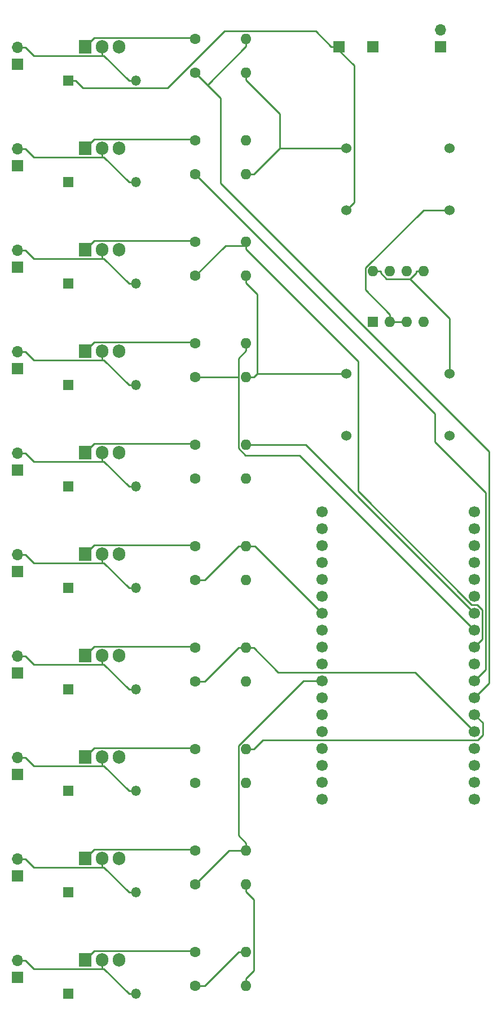
<source format=gbr>
%TF.GenerationSoftware,KiCad,Pcbnew,7.0.8*%
%TF.CreationDate,2023-11-12T19:05:12-08:00*%
%TF.ProjectId,Synthwave v2,53796e74-6877-4617-9665-2076322e6b69,rev?*%
%TF.SameCoordinates,Original*%
%TF.FileFunction,Copper,L2,Bot*%
%TF.FilePolarity,Positive*%
%FSLAX46Y46*%
G04 Gerber Fmt 4.6, Leading zero omitted, Abs format (unit mm)*
G04 Created by KiCad (PCBNEW 7.0.8) date 2023-11-12 19:05:12*
%MOMM*%
%LPD*%
G01*
G04 APERTURE LIST*
%TA.AperFunction,ComponentPad*%
%ADD10R,1.500000X1.500000*%
%TD*%
%TA.AperFunction,ComponentPad*%
%ADD11O,1.500000X1.500000*%
%TD*%
%TA.AperFunction,ComponentPad*%
%ADD12R,1.700000X1.700000*%
%TD*%
%TA.AperFunction,ComponentPad*%
%ADD13R,1.905000X2.000000*%
%TD*%
%TA.AperFunction,ComponentPad*%
%ADD14O,1.905000X2.000000*%
%TD*%
%TA.AperFunction,ComponentPad*%
%ADD15O,1.700000X1.700000*%
%TD*%
%TA.AperFunction,ComponentPad*%
%ADD16C,1.600000*%
%TD*%
%TA.AperFunction,ComponentPad*%
%ADD17O,1.600000X1.600000*%
%TD*%
%TA.AperFunction,ComponentPad*%
%ADD18C,1.524000*%
%TD*%
%TA.AperFunction,ComponentPad*%
%ADD19C,1.700000*%
%TD*%
%TA.AperFunction,ComponentPad*%
%ADD20R,1.600000X1.600000*%
%TD*%
%TA.AperFunction,Conductor*%
%ADD21C,0.250000*%
%TD*%
G04 APERTURE END LIST*
D10*
%TO.P,D1,1,K*%
%TO.N,+15V*%
X27940000Y-25400000D03*
D11*
%TO.P,D1,2,A*%
%TO.N,Net-(D1-A)*%
X38100000Y-25400000D03*
%TD*%
D12*
%TO.P,GND,1,Pin_1*%
%TO.N,GND*%
X73660000Y-20320000D03*
%TD*%
D13*
%TO.P,Q1,1,B*%
%TO.N,Net-(Q1-B)*%
X30480000Y-20320000D03*
D14*
%TO.P,Q1,2,C*%
%TO.N,Net-(D1-A)*%
X33020000Y-20320000D03*
%TO.P,Q1,3,E*%
%TO.N,GND*%
X35560000Y-20320000D03*
%TD*%
D12*
%TO.P,DC_OUT2,1,Pin_1*%
%TO.N,+15V*%
X20320000Y-38175000D03*
D15*
%TO.P,DC_OUT2,2,Pin_2*%
%TO.N,Net-(D2-A)*%
X20320000Y-35635000D03*
%TD*%
D16*
%TO.P,R1,1*%
%TO.N,Net-(Q1-B)*%
X46990000Y-19145000D03*
D17*
%TO.P,R1,2*%
%TO.N,Net-(R1-Pad2)*%
X54610000Y-19145000D03*
%TD*%
D10*
%TO.P,D2,1,K*%
%TO.N,+15V*%
X27940000Y-40640000D03*
D11*
%TO.P,D2,2,A*%
%TO.N,Net-(D2-A)*%
X38100000Y-40640000D03*
%TD*%
D16*
%TO.P,R12,1*%
%TO.N,Net-(R12-Pad1)*%
X46990000Y-39465000D03*
D17*
%TO.P,R12,2*%
%TO.N,GND*%
X54610000Y-39465000D03*
%TD*%
D12*
%TO.P,DC_OUT7,1,Pin_1*%
%TO.N,+15V*%
X20320000Y-114375000D03*
D15*
%TO.P,DC_OUT7,2,Pin_2*%
%TO.N,Net-(D7-A)*%
X20320000Y-111835000D03*
%TD*%
D16*
%TO.P,R15,1*%
%TO.N,Net-(R15-Pad1)*%
X46990000Y-85185000D03*
D17*
%TO.P,R15,2*%
%TO.N,GND*%
X54610000Y-85185000D03*
%TD*%
D18*
%TO.P,P2,1,IN-*%
%TO.N,GND*%
X69680000Y-69440000D03*
%TO.P,P2,2,OUT-*%
%TO.N,Net-(P2-OUT-)*%
X85180000Y-69440000D03*
%TO.P,P2,3,OUT+*%
%TO.N,Net-(P2-OUT+)*%
X85180000Y-78740000D03*
%TO.P,P2,4,IN+*%
%TO.N,+15V*%
X69680000Y-78740000D03*
%TD*%
D16*
%TO.P,R13,1*%
%TO.N,Net-(U1-25_DAC)*%
X46990000Y-54705000D03*
D17*
%TO.P,R13,2*%
%TO.N,GND*%
X54610000Y-54705000D03*
%TD*%
D10*
%TO.P,D4,1,K*%
%TO.N,+15V*%
X27940000Y-71120000D03*
D11*
%TO.P,D4,2,A*%
%TO.N,Net-(D4-A)*%
X38100000Y-71120000D03*
%TD*%
D16*
%TO.P,R7,1*%
%TO.N,Net-(Q7-B)*%
X46990000Y-110585000D03*
D17*
%TO.P,R7,2*%
%TO.N,Net-(R17-Pad1)*%
X54610000Y-110585000D03*
%TD*%
D16*
%TO.P,R8,1*%
%TO.N,Net-(Q8-B)*%
X46990000Y-125825000D03*
D17*
%TO.P,R8,2*%
%TO.N,Net-(R18-Pad1)*%
X54610000Y-125825000D03*
%TD*%
D16*
%TO.P,R20,1*%
%TO.N,Net-(R10-Pad2)*%
X46990000Y-161385000D03*
D17*
%TO.P,R20,2*%
%TO.N,GND*%
X54610000Y-161385000D03*
%TD*%
D12*
%TO.P,Electrode_B1,1,Pin_1*%
%TO.N,Net-(Electrode_B1-Pin_1)*%
X83820000Y-20320000D03*
D15*
%TO.P,Electrode_B1,2,Pin_2*%
%TO.N,Net-(Electrode_B1-Pin_2)*%
X83820000Y-17780000D03*
%TD*%
D13*
%TO.P,Q2,1,B*%
%TO.N,Net-(Q2-B)*%
X30480000Y-35560000D03*
D14*
%TO.P,Q2,2,C*%
%TO.N,Net-(D2-A)*%
X33020000Y-35560000D03*
%TO.P,Q2,3,E*%
%TO.N,GND*%
X35560000Y-35560000D03*
%TD*%
D16*
%TO.P,R2,1*%
%TO.N,Net-(Q2-B)*%
X46990000Y-34385000D03*
D17*
%TO.P,R2,2*%
%TO.N,Net-(R12-Pad1)*%
X54610000Y-34385000D03*
%TD*%
D12*
%TO.P,DC_OUT5,1,Pin_1*%
%TO.N,+15V*%
X20320000Y-83895000D03*
D15*
%TO.P,DC_OUT5,2,Pin_2*%
%TO.N,Net-(D5-A)*%
X20320000Y-81355000D03*
%TD*%
D19*
%TO.P,U1,0,0*%
%TO.N,unconnected-(U1-Pad0)*%
X66040000Y-113030000D03*
%TO.P,U1,1,TX*%
%TO.N,unconnected-(U1-TX-Pad1)*%
X66040000Y-123190000D03*
%TO.P,U1,2,2*%
%TO.N,Net-(R19-Pad1)*%
X66040000Y-115570000D03*
%TO.P,U1,3,RX*%
%TO.N,unconnected-(U1-RX-Pad3)*%
X66040000Y-120650000D03*
%TO.P,U1,4,4_OLED*%
%TO.N,unconnected-(U1-4_OLED-Pad4)*%
X66040000Y-110490000D03*
%TO.P,U1,5,5*%
%TO.N,unconnected-(U1-Pad5)*%
X66040000Y-102870000D03*
%TO.P,U1,6,RST*%
%TO.N,unconnected-(U1-RST-Pad6)*%
X88900000Y-125730000D03*
%TO.P,U1,7,Vext*%
%TO.N,unconnected-(U1-Vext-Pad7)*%
X88900000Y-128270000D03*
%TO.P,U1,8,GND*%
%TO.N,unconnected-(U1-GND-Pad8)*%
X88900000Y-133350000D03*
%TO.P,U1,9,3.3*%
%TO.N,unconnected-(U1-3.3-Pad9)*%
X88900000Y-130810000D03*
%TO.P,U1,10,Vext*%
%TO.N,unconnected-(U1-Vext-Pad10)*%
X66040000Y-125730000D03*
%TO.P,U1,11,3.3*%
%TO.N,unconnected-(U1-3.3-Pad11)*%
X66040000Y-128270000D03*
%TO.P,U1,12,12*%
%TO.N,Net-(R18-Pad1)*%
X88900000Y-120650000D03*
%TO.P,U1,13,13*%
%TO.N,Net-(R17-Pad1)*%
X88900000Y-123190000D03*
%TO.P,U1,14,14*%
%TO.N,Net-(R1-Pad2)*%
X88900000Y-118110000D03*
%TO.P,U1,15,15_OLED*%
%TO.N,unconnected-(U1-15_OLED-Pad15)*%
X66040000Y-118110000D03*
%TO.P,U1,16,16_OLED*%
%TO.N,unconnected-(U1-16_OLED-Pad16)*%
X66040000Y-107950000D03*
%TO.P,U1,17,17*%
%TO.N,Net-(R16-Pad1)*%
X66040000Y-105410000D03*
%TO.P,U1,18,18*%
%TO.N,unconnected-(U1-Pad18)*%
X66040000Y-100330000D03*
%TO.P,U1,19,19*%
%TO.N,unconnected-(U1-Pad19)*%
X66040000Y-95250000D03*
%TO.P,U1,20,5V*%
%TO.N,Net-(P2-OUT+)*%
X66040000Y-130810000D03*
%TO.P,U1,21,21*%
%TO.N,unconnected-(U1-Pad21)*%
X66040000Y-90170000D03*
%TO.P,U1,22,22*%
%TO.N,unconnected-(U1-Pad22)*%
X66040000Y-92710000D03*
%TO.P,U1,23,23*%
%TO.N,Net-(R10-Pad2)*%
X66040000Y-97790000D03*
%TO.P,U1,25,25_DAC*%
%TO.N,Net-(U1-25_DAC)*%
X88900000Y-110490000D03*
%TO.P,U1,26,26_DAC*%
%TO.N,unconnected-(U1-26_DAC-Pad26)*%
X88900000Y-113030000D03*
%TO.P,U1,27,27*%
%TO.N,Net-(R12-Pad1)*%
X88900000Y-115570000D03*
%TO.P,U1,28,GND*%
%TO.N,Net-(P2-OUT-)*%
X66040000Y-133350000D03*
%TO.P,U1,32,32*%
%TO.N,Net-(R15-Pad1)*%
X88900000Y-105410000D03*
%TO.P,U1,33,33*%
%TO.N,Net-(R14-Pad1)*%
X88900000Y-107950000D03*
%TO.P,U1,34,34*%
%TO.N,Net-(U2-IB)*%
X88900000Y-100330000D03*
%TO.P,U1,35,35*%
%TO.N,Net-(U2-IA)*%
X88900000Y-102870000D03*
%TO.P,U1,36,36*%
%TO.N,unconnected-(U1-Pad36)*%
X88900000Y-90170000D03*
%TO.P,U1,37,37*%
%TO.N,unconnected-(U1-Pad37)*%
X88900000Y-92710000D03*
%TO.P,U1,38,38*%
%TO.N,unconnected-(U1-Pad38)*%
X88900000Y-95250000D03*
%TO.P,U1,39,39*%
%TO.N,unconnected-(U1-Pad39)*%
X88900000Y-97790000D03*
%TD*%
D16*
%TO.P,R10,1*%
%TO.N,Net-(Q10-B)*%
X46990000Y-156305000D03*
D17*
%TO.P,R10,2*%
%TO.N,Net-(R10-Pad2)*%
X54610000Y-156305000D03*
%TD*%
D13*
%TO.P,Q4,1,B*%
%TO.N,Net-(Q4-B)*%
X30480000Y-66040000D03*
D14*
%TO.P,Q4,2,C*%
%TO.N,Net-(D4-A)*%
X33020000Y-66040000D03*
%TO.P,Q4,3,E*%
%TO.N,GND*%
X35560000Y-66040000D03*
%TD*%
D10*
%TO.P,D10,1,K*%
%TO.N,+15V*%
X27940000Y-162560000D03*
D11*
%TO.P,D10,2,A*%
%TO.N,Net-(D10-A)*%
X38100000Y-162560000D03*
%TD*%
D12*
%TO.P,DC_OUT1,1,Pin_1*%
%TO.N,+15V*%
X20320000Y-22935000D03*
D15*
%TO.P,DC_OUT1,2,Pin_2*%
%TO.N,Net-(D1-A)*%
X20320000Y-20395000D03*
%TD*%
D10*
%TO.P,D8,1,K*%
%TO.N,+15V*%
X27940000Y-132080000D03*
D11*
%TO.P,D8,2,A*%
%TO.N,Net-(D8-A)*%
X38100000Y-132080000D03*
%TD*%
D13*
%TO.P,Q3,1,B*%
%TO.N,Net-(Q3-B)*%
X30480000Y-50800000D03*
D14*
%TO.P,Q3,2,C*%
%TO.N,Net-(D3-A)*%
X33020000Y-50800000D03*
%TO.P,Q3,3,E*%
%TO.N,GND*%
X35560000Y-50800000D03*
%TD*%
D16*
%TO.P,R11,1*%
%TO.N,Net-(R1-Pad2)*%
X46990000Y-24225000D03*
D17*
%TO.P,R11,2*%
%TO.N,GND*%
X54610000Y-24225000D03*
%TD*%
D13*
%TO.P,Q10,1,B*%
%TO.N,Net-(Q10-B)*%
X30480000Y-157480000D03*
D14*
%TO.P,Q10,2,C*%
%TO.N,Net-(D10-A)*%
X33020000Y-157480000D03*
%TO.P,Q10,3,E*%
%TO.N,GND*%
X35560000Y-157480000D03*
%TD*%
D18*
%TO.P,P1,1,IN-*%
%TO.N,GND*%
X69680000Y-35560000D03*
%TO.P,P1,2,OUT-*%
%TO.N,unconnected-(P1-OUT--Pad2)*%
X85180000Y-35560000D03*
%TO.P,P1,3,OUT+*%
%TO.N,Net-(P1-OUT+)*%
X85180000Y-44860000D03*
%TO.P,P1,4,IN+*%
%TO.N,+15V*%
X69680000Y-44860000D03*
%TD*%
D12*
%TO.P,DC_OUT9,1,Pin_1*%
%TO.N,+15V*%
X20320000Y-144855000D03*
D15*
%TO.P,DC_OUT9,2,Pin_2*%
%TO.N,Net-(D9-A)*%
X20320000Y-142315000D03*
%TD*%
D13*
%TO.P,Q5,1,B*%
%TO.N,Net-(Q5-B)*%
X30480000Y-81280000D03*
D14*
%TO.P,Q5,2,C*%
%TO.N,Net-(D5-A)*%
X33020000Y-81280000D03*
%TO.P,Q5,3,E*%
%TO.N,GND*%
X35560000Y-81280000D03*
%TD*%
D10*
%TO.P,D6,1,K*%
%TO.N,+15V*%
X27940000Y-101600000D03*
D11*
%TO.P,D6,2,A*%
%TO.N,Net-(D6-A)*%
X38100000Y-101600000D03*
%TD*%
D16*
%TO.P,R14,1*%
%TO.N,Net-(R14-Pad1)*%
X46990000Y-69945000D03*
D17*
%TO.P,R14,2*%
%TO.N,GND*%
X54610000Y-69945000D03*
%TD*%
D16*
%TO.P,R17,1*%
%TO.N,Net-(R17-Pad1)*%
X46990000Y-115665000D03*
D17*
%TO.P,R17,2*%
%TO.N,GND*%
X54610000Y-115665000D03*
%TD*%
D12*
%TO.P,DC_OUT8,1,Pin_1*%
%TO.N,+15V*%
X20320000Y-129615000D03*
D15*
%TO.P,DC_OUT8,2,Pin_2*%
%TO.N,Net-(D8-A)*%
X20320000Y-127075000D03*
%TD*%
D12*
%TO.P,DC_OUT10,1,Pin_1*%
%TO.N,+15V*%
X20320000Y-160095000D03*
D15*
%TO.P,DC_OUT10,2,Pin_2*%
%TO.N,Net-(D10-A)*%
X20320000Y-157555000D03*
%TD*%
D16*
%TO.P,R16,1*%
%TO.N,Net-(R16-Pad1)*%
X46990000Y-100425000D03*
D17*
%TO.P,R16,2*%
%TO.N,GND*%
X54610000Y-100425000D03*
%TD*%
D10*
%TO.P,D7,1,K*%
%TO.N,+15V*%
X27940000Y-116840000D03*
D11*
%TO.P,D7,2,A*%
%TO.N,Net-(D7-A)*%
X38100000Y-116840000D03*
%TD*%
D16*
%TO.P,R6,1*%
%TO.N,Net-(Q6-B)*%
X46990000Y-95345000D03*
D17*
%TO.P,R6,2*%
%TO.N,Net-(R16-Pad1)*%
X54610000Y-95345000D03*
%TD*%
D13*
%TO.P,Q8,1,B*%
%TO.N,Net-(Q8-B)*%
X30480000Y-127000000D03*
D14*
%TO.P,Q8,2,C*%
%TO.N,Net-(D8-A)*%
X33020000Y-127000000D03*
%TO.P,Q8,3,E*%
%TO.N,GND*%
X35560000Y-127000000D03*
%TD*%
D12*
%TO.P,DC_OUT3,1,Pin_1*%
%TO.N,+15V*%
X20320000Y-53415000D03*
D15*
%TO.P,DC_OUT3,2,Pin_2*%
%TO.N,Net-(D3-A)*%
X20320000Y-50875000D03*
%TD*%
D16*
%TO.P,R18,1*%
%TO.N,Net-(R18-Pad1)*%
X46990000Y-130905000D03*
D17*
%TO.P,R18,2*%
%TO.N,GND*%
X54610000Y-130905000D03*
%TD*%
D16*
%TO.P,R4,1*%
%TO.N,Net-(Q4-B)*%
X46990000Y-64865000D03*
D17*
%TO.P,R4,2*%
%TO.N,Net-(R14-Pad1)*%
X54610000Y-64865000D03*
%TD*%
D12*
%TO.P,+15V,1,Pin_1*%
%TO.N,+15V*%
X68580000Y-20320000D03*
%TD*%
D10*
%TO.P,D5,1,K*%
%TO.N,+15V*%
X27940000Y-86360000D03*
D11*
%TO.P,D5,2,A*%
%TO.N,Net-(D5-A)*%
X38100000Y-86360000D03*
%TD*%
D13*
%TO.P,Q7,1,B*%
%TO.N,Net-(Q7-B)*%
X30480000Y-111760000D03*
D14*
%TO.P,Q7,2,C*%
%TO.N,Net-(D7-A)*%
X33020000Y-111760000D03*
%TO.P,Q7,3,E*%
%TO.N,GND*%
X35560000Y-111760000D03*
%TD*%
D20*
%TO.P,U2,1,OA*%
%TO.N,Net-(Electrode_B1-Pin_1)*%
X73670000Y-61650000D03*
D17*
%TO.P,U2,2,VCC*%
%TO.N,Net-(P1-OUT+)*%
X76210000Y-61650000D03*
%TO.P,U2,3,VCC*%
X78750000Y-61650000D03*
%TO.P,U2,4,OB*%
%TO.N,Net-(Electrode_B1-Pin_2)*%
X81290000Y-61650000D03*
%TO.P,U2,5,GND*%
%TO.N,Net-(P2-OUT-)*%
X81290000Y-54030000D03*
%TO.P,U2,6,IA*%
%TO.N,Net-(U2-IA)*%
X78750000Y-54030000D03*
%TO.P,U2,7,IB*%
%TO.N,Net-(U2-IB)*%
X76210000Y-54030000D03*
%TO.P,U2,8,GND*%
%TO.N,Net-(P2-OUT-)*%
X73670000Y-54030000D03*
%TD*%
D12*
%TO.P,DC_OUT6,1,Pin_1*%
%TO.N,+15V*%
X20320000Y-99135000D03*
D15*
%TO.P,DC_OUT6,2,Pin_2*%
%TO.N,Net-(D6-A)*%
X20320000Y-96595000D03*
%TD*%
D12*
%TO.P,DC_OUT4,1,Pin_1*%
%TO.N,+15V*%
X20320000Y-68655000D03*
D15*
%TO.P,DC_OUT4,2,Pin_2*%
%TO.N,Net-(D4-A)*%
X20320000Y-66115000D03*
%TD*%
D16*
%TO.P,R3,1*%
%TO.N,Net-(Q3-B)*%
X46990000Y-49625000D03*
D17*
%TO.P,R3,2*%
%TO.N,Net-(U1-25_DAC)*%
X54610000Y-49625000D03*
%TD*%
D16*
%TO.P,R5,1*%
%TO.N,Net-(Q5-B)*%
X46990000Y-80105000D03*
D17*
%TO.P,R5,2*%
%TO.N,Net-(R15-Pad1)*%
X54610000Y-80105000D03*
%TD*%
D16*
%TO.P,R9,1*%
%TO.N,Net-(Q9-B)*%
X46990000Y-141065000D03*
D17*
%TO.P,R9,2*%
%TO.N,Net-(R19-Pad1)*%
X54610000Y-141065000D03*
%TD*%
D13*
%TO.P,Q9,1,B*%
%TO.N,Net-(Q9-B)*%
X30480000Y-142240000D03*
D14*
%TO.P,Q9,2,C*%
%TO.N,Net-(D9-A)*%
X33020000Y-142240000D03*
%TO.P,Q9,3,E*%
%TO.N,GND*%
X35560000Y-142240000D03*
%TD*%
D16*
%TO.P,R19,1*%
%TO.N,Net-(R19-Pad1)*%
X46990000Y-146145000D03*
D17*
%TO.P,R19,2*%
%TO.N,GND*%
X54610000Y-146145000D03*
%TD*%
D10*
%TO.P,D3,1,K*%
%TO.N,+15V*%
X27940000Y-55880000D03*
D11*
%TO.P,D3,2,A*%
%TO.N,Net-(D3-A)*%
X38100000Y-55880000D03*
%TD*%
D13*
%TO.P,Q6,1,B*%
%TO.N,Net-(Q6-B)*%
X30480000Y-96520000D03*
D14*
%TO.P,Q6,2,C*%
%TO.N,Net-(D6-A)*%
X33020000Y-96520000D03*
%TO.P,Q6,3,E*%
%TO.N,GND*%
X35560000Y-96520000D03*
%TD*%
D10*
%TO.P,D9,1,K*%
%TO.N,+15V*%
X27940000Y-147320000D03*
D11*
%TO.P,D9,2,A*%
%TO.N,Net-(D9-A)*%
X38100000Y-147320000D03*
%TD*%
D21*
%TO.N,Net-(R1-Pad2)*%
X50800000Y-40842300D02*
X50800000Y-28035000D01*
X50800000Y-28035000D02*
X48823500Y-26058400D01*
X54610000Y-20271900D02*
X48823500Y-26058400D01*
X91106200Y-115903800D02*
X91106200Y-81148500D01*
X48823500Y-26058400D02*
X46990000Y-24225000D01*
X54610000Y-19145000D02*
X54610000Y-20271900D01*
X91106200Y-81148500D02*
X50800000Y-40842300D01*
X88900000Y-118110000D02*
X91106200Y-115903800D01*
%TO.N,GND*%
X54610000Y-69945000D02*
X55736900Y-69945000D01*
X55740000Y-148401900D02*
X55740000Y-159128100D01*
X54610000Y-161385000D02*
X54610000Y-160258100D01*
X56241900Y-69440000D02*
X55736900Y-69945000D01*
X54610000Y-146145000D02*
X54610000Y-147271900D01*
X54610000Y-55831900D02*
X56241900Y-57463800D01*
X59641900Y-35560000D02*
X55736900Y-39465000D01*
X56241900Y-57463800D02*
X56241900Y-69440000D01*
X54610000Y-147271900D02*
X55740000Y-148401900D01*
X54610000Y-54705000D02*
X54610000Y-55831900D01*
X54610000Y-24225000D02*
X54610000Y-25351900D01*
X55740000Y-159128100D02*
X54610000Y-160258100D01*
X59641900Y-30383800D02*
X54610000Y-25351900D01*
X69680000Y-69440000D02*
X56241900Y-69440000D01*
X69680000Y-35560000D02*
X59641900Y-35560000D01*
X54610000Y-39465000D02*
X55736900Y-39465000D01*
X59641900Y-35560000D02*
X59641900Y-30383800D01*
%TO.N,Net-(R10-Pad2)*%
X54610000Y-156305000D02*
X53483100Y-156305000D01*
X53483100Y-156305000D02*
X48403100Y-161385000D01*
X48403100Y-161385000D02*
X46990000Y-161385000D01*
%TO.N,Net-(R19-Pad1)*%
X53482400Y-138810500D02*
X54610000Y-139938100D01*
X46990000Y-146145000D02*
X52070000Y-141065000D01*
X54610000Y-141065000D02*
X54610000Y-139938100D01*
X66040000Y-115570000D02*
X63256100Y-115570000D01*
X63256100Y-115570000D02*
X53482400Y-125343700D01*
X52070000Y-141065000D02*
X54610000Y-141065000D01*
X53482400Y-125343700D02*
X53482400Y-138810500D01*
%TO.N,Net-(R18-Pad1)*%
X54610000Y-125825000D02*
X55736900Y-125825000D01*
X90125200Y-123691600D02*
X89356800Y-124460000D01*
X57101900Y-124460000D02*
X55736900Y-125825000D01*
X89356800Y-124460000D02*
X57101900Y-124460000D01*
X88900000Y-120650000D02*
X90125200Y-121875200D01*
X90125200Y-121875200D02*
X90125200Y-123691600D01*
%TO.N,Net-(R17-Pad1)*%
X88900000Y-123190000D02*
X80010000Y-114300000D01*
X53483100Y-110585000D02*
X48403100Y-115665000D01*
X48403100Y-115665000D02*
X46990000Y-115665000D01*
X80010000Y-114300000D02*
X59451900Y-114300000D01*
X54610000Y-110585000D02*
X53483100Y-110585000D01*
X59451900Y-114300000D02*
X55736900Y-110585000D01*
X54610000Y-110585000D02*
X55736900Y-110585000D01*
%TO.N,Net-(R16-Pad1)*%
X66040000Y-105410000D02*
X55975000Y-95345000D01*
X54610000Y-95345000D02*
X53483100Y-95345000D01*
X55975000Y-95345000D02*
X54610000Y-95345000D01*
X53483100Y-95345000D02*
X48403100Y-100425000D01*
X48403100Y-100425000D02*
X46990000Y-100425000D01*
%TO.N,Net-(R15-Pad1)*%
X63595000Y-80105000D02*
X54610000Y-80105000D01*
X88900000Y-105410000D02*
X63595000Y-80105000D01*
%TO.N,Net-(R14-Pad1)*%
X53481300Y-67120600D02*
X53481300Y-69945000D01*
X88900000Y-107950000D02*
X62618700Y-81668700D01*
X62618700Y-81668700D02*
X54531000Y-81668700D01*
X54531000Y-81668700D02*
X53481300Y-80619000D01*
X54610000Y-64865000D02*
X54610000Y-65991900D01*
X53481300Y-69945000D02*
X46990000Y-69945000D01*
X53481300Y-80619000D02*
X53481300Y-69945000D01*
X54610000Y-65991900D02*
X53481300Y-67120600D01*
%TO.N,Net-(U1-25_DAC)*%
X88499000Y-104140000D02*
X71399500Y-87040500D01*
X54610000Y-50188400D02*
X54610000Y-50751900D01*
X51506600Y-50188400D02*
X46990000Y-54705000D01*
X71399500Y-67541400D02*
X54610000Y-50751900D01*
X90103500Y-109286500D02*
X90103500Y-104932700D01*
X54610000Y-50188400D02*
X51506600Y-50188400D01*
X90103500Y-104932700D02*
X89310800Y-104140000D01*
X89310800Y-104140000D02*
X88499000Y-104140000D01*
X54610000Y-49625000D02*
X54610000Y-50188400D01*
X88900000Y-110490000D02*
X90103500Y-109286500D01*
X71399500Y-87040500D02*
X71399500Y-67541400D01*
%TO.N,Net-(R12-Pad1)*%
X90589800Y-113880200D02*
X88900000Y-115570000D01*
X82976600Y-75451600D02*
X82976600Y-79686800D01*
X90589800Y-87300000D02*
X90589800Y-113880200D01*
X46990000Y-39465000D02*
X82976600Y-75451600D01*
X82976600Y-79686800D02*
X90589800Y-87300000D01*
%TO.N,Net-(Q6-B)*%
X46832200Y-95187200D02*
X31812800Y-95187200D01*
X31812800Y-95187200D02*
X30480000Y-96520000D01*
X46990000Y-95345000D02*
X46832200Y-95187200D01*
%TO.N,Net-(Q5-B)*%
X31815400Y-79944600D02*
X30480000Y-81280000D01*
X46990000Y-80105000D02*
X46829600Y-79944600D01*
X46829600Y-79944600D02*
X31815400Y-79944600D01*
%TO.N,Net-(Q4-B)*%
X46990000Y-64865000D02*
X46829600Y-64704600D01*
X31815400Y-64704600D02*
X30480000Y-66040000D01*
X46829600Y-64704600D02*
X31815400Y-64704600D01*
%TO.N,Net-(Q3-B)*%
X46832200Y-49467200D02*
X31812800Y-49467200D01*
X46990000Y-49625000D02*
X46832200Y-49467200D01*
X31812800Y-49467200D02*
X30480000Y-50800000D01*
%TO.N,Net-(Q2-B)*%
X46829600Y-34224600D02*
X31815400Y-34224600D01*
X31815400Y-34224600D02*
X30480000Y-35560000D01*
X46990000Y-34385000D02*
X46829600Y-34224600D01*
%TO.N,Net-(Q1-B)*%
X46815100Y-18970100D02*
X31829900Y-18970100D01*
X46990000Y-19145000D02*
X46815100Y-18970100D01*
X31829900Y-18970100D02*
X30480000Y-20320000D01*
%TO.N,Net-(Q8-B)*%
X46990000Y-125825000D02*
X46829600Y-125664600D01*
X46829600Y-125664600D02*
X31815400Y-125664600D01*
X31815400Y-125664600D02*
X30480000Y-127000000D01*
%TO.N,Net-(Q9-B)*%
X46990000Y-141065000D02*
X46829600Y-140904600D01*
X31815400Y-140904600D02*
X30480000Y-142240000D01*
X46829600Y-140904600D02*
X31815400Y-140904600D01*
%TO.N,Net-(Q10-B)*%
X31815400Y-156144600D02*
X30480000Y-157480000D01*
X46990000Y-156305000D02*
X46829600Y-156144600D01*
X46829600Y-156144600D02*
X31815400Y-156144600D01*
%TO.N,Net-(Q7-B)*%
X46829600Y-110424600D02*
X31815400Y-110424600D01*
X46990000Y-110585000D02*
X46829600Y-110424600D01*
X31815400Y-110424600D02*
X30480000Y-111760000D01*
%TO.N,+15V*%
X67991600Y-20320000D02*
X67403100Y-20320000D01*
X67991600Y-20320000D02*
X70830900Y-23159300D01*
X51345100Y-17989500D02*
X65072600Y-17989500D01*
X29016900Y-25400000D02*
X30140300Y-26523400D01*
X68580000Y-20320000D02*
X67991600Y-20320000D01*
X65072600Y-17989500D02*
X67403100Y-20320000D01*
X27940000Y-25400000D02*
X29016900Y-25400000D01*
X70830900Y-23159300D02*
X70830900Y-43709100D01*
X30140300Y-26523400D02*
X42811200Y-26523400D01*
X70830900Y-43709100D02*
X69680000Y-44860000D01*
X42811200Y-26523400D02*
X51345100Y-17989500D01*
%TO.N,Net-(D10-A)*%
X38100000Y-162560000D02*
X37023100Y-162560000D01*
X33020000Y-158806900D02*
X33270000Y-158806900D01*
X22748800Y-158806900D02*
X33020000Y-158806900D01*
X20320000Y-157555000D02*
X21496900Y-157555000D01*
X21496900Y-157555000D02*
X22748800Y-158806900D01*
X33270000Y-158806900D02*
X37023100Y-162560000D01*
X33020000Y-158806900D02*
X33020000Y-157480000D01*
%TO.N,Net-(D9-A)*%
X33020000Y-143590400D02*
X33293500Y-143590400D01*
X33293500Y-143590400D02*
X37023100Y-147320000D01*
X20320000Y-142315000D02*
X21496900Y-142315000D01*
X33020000Y-143590400D02*
X33020000Y-142240000D01*
X22772300Y-143590400D02*
X33020000Y-143590400D01*
X38100000Y-147320000D02*
X37023100Y-147320000D01*
X21496900Y-142315000D02*
X22772300Y-143590400D01*
%TO.N,Net-(D8-A)*%
X38100000Y-132080000D02*
X37023100Y-132080000D01*
X21496900Y-127075000D02*
X22772300Y-128350400D01*
X33293500Y-128350400D02*
X37023100Y-132080000D01*
X22772300Y-128350400D02*
X33020000Y-128350400D01*
X33020000Y-128350400D02*
X33293500Y-128350400D01*
X20320000Y-127075000D02*
X21496900Y-127075000D01*
X33020000Y-128350400D02*
X33020000Y-127000000D01*
%TO.N,Net-(D7-A)*%
X33293500Y-113110400D02*
X37023100Y-116840000D01*
X33020000Y-113110400D02*
X33020000Y-111760000D01*
X20320000Y-111835000D02*
X21496900Y-111835000D01*
X33020000Y-113110400D02*
X33293500Y-113110400D01*
X21496900Y-111835000D02*
X22772300Y-113110400D01*
X22772300Y-113110400D02*
X33020000Y-113110400D01*
X38100000Y-116840000D02*
X37023100Y-116840000D01*
%TO.N,Net-(D6-A)*%
X33293500Y-97870400D02*
X37023100Y-101600000D01*
X21496900Y-96595000D02*
X22772300Y-97870400D01*
X38100000Y-101600000D02*
X37023100Y-101600000D01*
X33020000Y-97870400D02*
X33020000Y-96520000D01*
X22772300Y-97870400D02*
X33020000Y-97870400D01*
X20320000Y-96595000D02*
X21496900Y-96595000D01*
X33020000Y-97870400D02*
X33293500Y-97870400D01*
%TO.N,Net-(D5-A)*%
X33293500Y-82630400D02*
X37023100Y-86360000D01*
X22772300Y-82630400D02*
X33020000Y-82630400D01*
X21496900Y-81355000D02*
X22772300Y-82630400D01*
X33020000Y-82630400D02*
X33293500Y-82630400D01*
X20320000Y-81355000D02*
X21496900Y-81355000D01*
X33020000Y-82630400D02*
X33020000Y-81280000D01*
X38100000Y-86360000D02*
X37023100Y-86360000D01*
%TO.N,Net-(D4-A)*%
X21496900Y-66115000D02*
X22772300Y-67390400D01*
X20320000Y-66115000D02*
X21496900Y-66115000D01*
X33020000Y-67390400D02*
X33293500Y-67390400D01*
X38100000Y-71120000D02*
X37023100Y-71120000D01*
X33293500Y-67390400D02*
X37023100Y-71120000D01*
X22772300Y-67390400D02*
X33020000Y-67390400D01*
X33020000Y-67390400D02*
X33020000Y-66040000D01*
%TO.N,Net-(D3-A)*%
X21496900Y-50875000D02*
X22772300Y-52150400D01*
X22772300Y-52150400D02*
X33020000Y-52150400D01*
X38100000Y-55880000D02*
X37023100Y-55880000D01*
X33020000Y-52150400D02*
X33020000Y-50800000D01*
X33020000Y-52150400D02*
X33293500Y-52150400D01*
X20320000Y-50875000D02*
X21496900Y-50875000D01*
X33293500Y-52150400D02*
X37023100Y-55880000D01*
%TO.N,Net-(D2-A)*%
X33020000Y-36910400D02*
X33293500Y-36910400D01*
X38100000Y-40640000D02*
X37023100Y-40640000D01*
X21496900Y-35635000D02*
X22772300Y-36910400D01*
X33020000Y-36910400D02*
X33020000Y-35560000D01*
X33293500Y-36910400D02*
X37023100Y-40640000D01*
X22772300Y-36910400D02*
X33020000Y-36910400D01*
X20320000Y-35635000D02*
X21496900Y-35635000D01*
%TO.N,Net-(D1-A)*%
X22748800Y-21646900D02*
X33020000Y-21646900D01*
X38100000Y-25400000D02*
X37023100Y-25400000D01*
X21496900Y-20395000D02*
X22748800Y-21646900D01*
X33020000Y-21646900D02*
X33020000Y-20320000D01*
X33020000Y-21646900D02*
X33270000Y-21646900D01*
X20320000Y-20395000D02*
X21496900Y-20395000D01*
X33270000Y-21646900D02*
X37023100Y-25400000D01*
%TO.N,Net-(P1-OUT+)*%
X72523100Y-53558800D02*
X81221900Y-44860000D01*
X81221900Y-44860000D02*
X85180000Y-44860000D01*
X78750000Y-61650000D02*
X76210000Y-61650000D01*
X76210000Y-60523100D02*
X72523100Y-56836200D01*
X72523100Y-56836200D02*
X72523100Y-53558800D01*
X76210000Y-61650000D02*
X76210000Y-60523100D01*
%TO.N,Net-(P2-OUT-)*%
X85180000Y-61095600D02*
X85180000Y-69440000D01*
X81290000Y-54030000D02*
X80163100Y-54030000D01*
X73670000Y-54030000D02*
X74796900Y-54030000D01*
X80163100Y-54263500D02*
X80163100Y-54030000D01*
X75656300Y-55171100D02*
X79255500Y-55171100D01*
X79255500Y-55171100D02*
X80163100Y-54263500D01*
X74796900Y-54030000D02*
X74796900Y-54311700D01*
X74796900Y-54311700D02*
X75656300Y-55171100D01*
X79255500Y-55171100D02*
X85180000Y-61095600D01*
%TD*%
M02*

</source>
